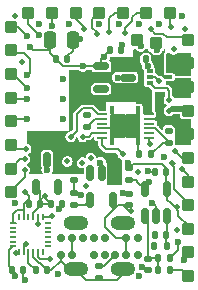
<source format=gbl>
%TF.GenerationSoftware,KiCad,Pcbnew,8.0.6*%
%TF.CreationDate,2024-10-29T18:21:18+01:00*%
%TF.ProjectId,openWifiDecoder,6f70656e-5769-4666-9944-65636f646572,rev?*%
%TF.SameCoordinates,Original*%
%TF.FileFunction,Copper,L4,Bot*%
%TF.FilePolarity,Positive*%
%FSLAX46Y46*%
G04 Gerber Fmt 4.6, Leading zero omitted, Abs format (unit mm)*
G04 Created by KiCad (PCBNEW 8.0.6) date 2024-10-29 18:21:18*
%MOMM*%
%LPD*%
G01*
G04 APERTURE LIST*
G04 Aperture macros list*
%AMRoundRect*
0 Rectangle with rounded corners*
0 $1 Rounding radius*
0 $2 $3 $4 $5 $6 $7 $8 $9 X,Y pos of 4 corners*
0 Add a 4 corners polygon primitive as box body*
4,1,4,$2,$3,$4,$5,$6,$7,$8,$9,$2,$3,0*
0 Add four circle primitives for the rounded corners*
1,1,$1+$1,$2,$3*
1,1,$1+$1,$4,$5*
1,1,$1+$1,$6,$7*
1,1,$1+$1,$8,$9*
0 Add four rect primitives between the rounded corners*
20,1,$1+$1,$2,$3,$4,$5,0*
20,1,$1+$1,$4,$5,$6,$7,0*
20,1,$1+$1,$6,$7,$8,$9,0*
20,1,$1+$1,$8,$9,$2,$3,0*%
G04 Aperture macros list end*
%TA.AperFunction,ComponentPad*%
%ADD10O,2.100000X1.200000*%
%TD*%
%TA.AperFunction,ComponentPad*%
%ADD11C,0.700000*%
%TD*%
%TA.AperFunction,SMDPad,CuDef*%
%ADD12RoundRect,0.140000X-0.140000X-0.170000X0.140000X-0.170000X0.140000X0.170000X-0.140000X0.170000X0*%
%TD*%
%TA.AperFunction,SMDPad,CuDef*%
%ADD13RoundRect,0.100000X-0.400000X0.400000X-0.400000X-0.400000X0.400000X-0.400000X0.400000X0.400000X0*%
%TD*%
%TA.AperFunction,SMDPad,CuDef*%
%ADD14RoundRect,0.100000X0.400000X0.400000X-0.400000X0.400000X-0.400000X-0.400000X0.400000X-0.400000X0*%
%TD*%
%TA.AperFunction,SMDPad,CuDef*%
%ADD15RoundRect,0.135000X-0.135000X-0.185000X0.135000X-0.185000X0.135000X0.185000X-0.135000X0.185000X0*%
%TD*%
%TA.AperFunction,SMDPad,CuDef*%
%ADD16RoundRect,0.140000X0.170000X-0.140000X0.170000X0.140000X-0.170000X0.140000X-0.170000X-0.140000X0*%
%TD*%
%TA.AperFunction,SMDPad,CuDef*%
%ADD17RoundRect,0.135000X-0.185000X0.135000X-0.185000X-0.135000X0.185000X-0.135000X0.185000X0.135000X0*%
%TD*%
%TA.AperFunction,SMDPad,CuDef*%
%ADD18RoundRect,0.050000X0.225000X0.050000X-0.225000X0.050000X-0.225000X-0.050000X0.225000X-0.050000X0*%
%TD*%
%TA.AperFunction,SMDPad,CuDef*%
%ADD19RoundRect,0.050000X0.050000X-0.225000X0.050000X0.225000X-0.050000X0.225000X-0.050000X-0.225000X0*%
%TD*%
%TA.AperFunction,SMDPad,CuDef*%
%ADD20RoundRect,0.150000X-0.150000X0.512500X-0.150000X-0.512500X0.150000X-0.512500X0.150000X0.512500X0*%
%TD*%
%TA.AperFunction,SMDPad,CuDef*%
%ADD21RoundRect,0.250000X-0.250000X-0.475000X0.250000X-0.475000X0.250000X0.475000X-0.250000X0.475000X0*%
%TD*%
%TA.AperFunction,SMDPad,CuDef*%
%ADD22RoundRect,0.135000X0.135000X0.185000X-0.135000X0.185000X-0.135000X-0.185000X0.135000X-0.185000X0*%
%TD*%
%TA.AperFunction,SMDPad,CuDef*%
%ADD23RoundRect,0.140000X0.140000X0.170000X-0.140000X0.170000X-0.140000X-0.170000X0.140000X-0.170000X0*%
%TD*%
%TA.AperFunction,SMDPad,CuDef*%
%ADD24RoundRect,0.140000X-0.170000X0.140000X-0.170000X-0.140000X0.170000X-0.140000X0.170000X0.140000X0*%
%TD*%
%TA.AperFunction,SMDPad,CuDef*%
%ADD25R,0.200000X0.200000*%
%TD*%
%TA.AperFunction,SMDPad,CuDef*%
%ADD26O,0.850000X0.200000*%
%TD*%
%TA.AperFunction,SMDPad,CuDef*%
%ADD27R,0.400000X0.575000*%
%TD*%
%TA.AperFunction,SMDPad,CuDef*%
%ADD28R,0.400000X0.675000*%
%TD*%
%TA.AperFunction,ComponentPad*%
%ADD29C,0.600000*%
%TD*%
%TA.AperFunction,SMDPad,CuDef*%
%ADD30R,1.300000X0.975000*%
%TD*%
%TA.AperFunction,SMDPad,CuDef*%
%ADD31R,2.600000X1.950000*%
%TD*%
%TA.AperFunction,SMDPad,CuDef*%
%ADD32RoundRect,0.135000X0.185000X-0.135000X0.185000X0.135000X-0.185000X0.135000X-0.185000X-0.135000X0*%
%TD*%
%TA.AperFunction,SMDPad,CuDef*%
%ADD33RoundRect,0.150000X0.512500X0.150000X-0.512500X0.150000X-0.512500X-0.150000X0.512500X-0.150000X0*%
%TD*%
%TA.AperFunction,SMDPad,CuDef*%
%ADD34R,0.475000X0.300000*%
%TD*%
%TA.AperFunction,SMDPad,CuDef*%
%ADD35RoundRect,0.100000X-0.400000X-0.400000X0.400000X-0.400000X0.400000X0.400000X-0.400000X0.400000X0*%
%TD*%
%TA.AperFunction,SMDPad,CuDef*%
%ADD36RoundRect,0.150000X0.150000X-0.512500X0.150000X0.512500X-0.150000X0.512500X-0.150000X-0.512500X0*%
%TD*%
%TA.AperFunction,ViaPad*%
%ADD37C,0.600000*%
%TD*%
%TA.AperFunction,ViaPad*%
%ADD38C,0.500000*%
%TD*%
%TA.AperFunction,Conductor*%
%ADD39C,0.200000*%
%TD*%
%TA.AperFunction,Conductor*%
%ADD40C,0.500000*%
%TD*%
%ADD41C,0.300000*%
%ADD42O,1.610000X0.610000*%
%ADD43C,0.350000*%
G04 APERTURE END LIST*
D10*
%TO.P,USB1,1,1*%
%TO.N,GND*%
X100500000Y-82350000D03*
%TO.P,USB1,2,2*%
X104500000Y-82350000D03*
%TO.P,USB1,3,3*%
X100500000Y-86210000D03*
%TO.P,USB1,4,4*%
X104500000Y-86210000D03*
D11*
%TO.P,USB1,A1,GND*%
X105750000Y-85000000D03*
%TO.P,USB1,A4,VBUS*%
%TO.N,+5V*%
X104800000Y-85000000D03*
%TO.P,USB1,A5,CC1*%
%TO.N,Net-(USB1-CC1)*%
X103850000Y-85000000D03*
%TO.P,USB1,A6,D+*%
%TO.N,D+*%
X102950000Y-85000000D03*
%TO.P,USB1,A7,D-*%
%TO.N,D-*%
X102050000Y-85000000D03*
%TO.P,USB1,A9,VBUS*%
%TO.N,+5V*%
X100200000Y-85000000D03*
%TO.P,USB1,A12,GND*%
%TO.N,GND*%
X99250000Y-85000000D03*
%TO.P,USB1,B1,GND*%
X99250000Y-83560000D03*
%TO.P,USB1,B4,VBUS*%
%TO.N,+5V*%
X100200000Y-83560000D03*
%TO.P,USB1,B5,CC2*%
%TO.N,Net-(USB1-CC2)*%
X101150000Y-83560000D03*
%TO.P,USB1,B6,D+*%
%TO.N,D+*%
X102050000Y-83560000D03*
%TO.P,USB1,B7,D-*%
%TO.N,D-*%
X102950000Y-83560000D03*
%TO.P,USB1,B9,VBUS*%
%TO.N,+5V*%
X104800000Y-83560000D03*
%TO.P,USB1,B12,GND*%
%TO.N,GND*%
X105750000Y-83560000D03*
%TD*%
D12*
%TO.P,C13,1*%
%TO.N,GND*%
X107220000Y-78000000D03*
%TO.P,C13,2*%
%TO.N,+3V3*%
X108180000Y-78000000D03*
%TD*%
D13*
%TO.P,J1,1,Pin_1*%
%TO.N,Net-(IC1-OUT2)*%
X110000000Y-68800000D03*
%TO.P,J1,2,Pin_2*%
%TO.N,Net-(IC1-OUT1)*%
X110000000Y-70800000D03*
%TD*%
D14*
%TO.P,IO15,1,Pin_1*%
%TO.N,Net-(IO15-Pin_1)*%
X108500000Y-64500000D03*
%TD*%
%TO.P,IO18,1,Pin_1*%
%TO.N,Net-(IO18-Pin_1)*%
X110000000Y-78800000D03*
%TD*%
D15*
%TO.P,R8,1*%
%TO.N,Net-(U6-+)*%
X107490000Y-85300000D03*
%TO.P,R8,2*%
%TO.N,DIG_HALL*%
X108510000Y-85300000D03*
%TD*%
D16*
%TO.P,C14,1*%
%TO.N,GND*%
X106600000Y-86280000D03*
%TO.P,C14,2*%
%TO.N,Net-(U6-+)*%
X106600000Y-85320000D03*
%TD*%
D17*
%TO.P,R5,1*%
%TO.N,+BATT*%
X108400000Y-74490000D03*
%TO.P,R5,2*%
%TO.N,Net-(U7-BIN)*%
X108400000Y-75510000D03*
%TD*%
D12*
%TO.P,C11,1*%
%TO.N,Net-(U4-REGOUT)*%
X97120000Y-86300000D03*
%TO.P,C11,2*%
%TO.N,GND*%
X98080000Y-86300000D03*
%TD*%
D14*
%TO.P,IO5,1,Pin_1*%
%TO.N,Net-(IO5-Pin_1)*%
X95000000Y-71700000D03*
%TD*%
D18*
%TO.P,U4,1,NC*%
%TO.N,unconnected-(U4-NC-Pad1)*%
X98200000Y-82300000D03*
%TO.P,U4,2,NC*%
%TO.N,unconnected-(U4-NC-Pad2)*%
X98200000Y-82700000D03*
%TO.P,U4,3,NC*%
%TO.N,unconnected-(U4-NC-Pad3)*%
X98200000Y-83100000D03*
%TO.P,U4,4,NC*%
%TO.N,unconnected-(U4-NC-Pad4)*%
X98200000Y-83500000D03*
%TO.P,U4,5,NC*%
%TO.N,unconnected-(U4-NC-Pad5)*%
X98200000Y-83900000D03*
%TO.P,U4,6,NC*%
%TO.N,unconnected-(U4-NC-Pad6)*%
X98200000Y-84300000D03*
D19*
%TO.P,U4,7,AUX_CL*%
%TO.N,unconnected-(U4-AUX_CL-Pad7)*%
X97700000Y-84800000D03*
%TO.P,U4,8,VDDIO*%
%TO.N,+1V8*%
X97300000Y-84800000D03*
%TO.P,U4,9,SDO/AD0*%
%TO.N,GND*%
X96900000Y-84800000D03*
%TO.P,U4,10,REGOUT*%
%TO.N,Net-(U4-REGOUT)*%
X96500000Y-84800000D03*
%TO.P,U4,11,FSYNC*%
%TO.N,FSYNC*%
X96100000Y-84800000D03*
%TO.P,U4,12,INT1*%
%TO.N,IMU_INT*%
X95700000Y-84800000D03*
D18*
%TO.P,U4,13,VDD*%
%TO.N,+3V3*%
X95200000Y-84300000D03*
%TO.P,U4,14,NC*%
%TO.N,unconnected-(U4-NC-Pad14)*%
X95200000Y-83900000D03*
%TO.P,U4,15,NC*%
%TO.N,unconnected-(U4-NC-Pad15)*%
X95200000Y-83500000D03*
%TO.P,U4,16,NC*%
%TO.N,unconnected-(U4-NC-Pad16)*%
X95200000Y-83100000D03*
%TO.P,U4,17,NC*%
%TO.N,unconnected-(U4-NC-Pad17)*%
X95200000Y-82700000D03*
%TO.P,U4,18,GND*%
%TO.N,GND*%
X95200000Y-82300000D03*
D19*
%TO.P,U4,19,RESV*%
%TO.N,unconnected-(U4-RESV-Pad19)*%
X95700000Y-81800000D03*
%TO.P,U4,20,GND*%
%TO.N,GND*%
X96100000Y-81800000D03*
%TO.P,U4,21,AUX_DA*%
%TO.N,unconnected-(U4-AUX_DA-Pad21)*%
X96500000Y-81800000D03*
%TO.P,U4,22,~{CS}*%
%TO.N,+1V8*%
X96900000Y-81800000D03*
%TO.P,U4,23,SCL/SCLK*%
%TO.N,SCL*%
X97300000Y-81800000D03*
%TO.P,U4,24,SDA/SDI*%
%TO.N,SDA*%
X97700000Y-81800000D03*
%TD*%
D16*
%TO.P,C10,1*%
%TO.N,Net-(BAT1-Pin_2)*%
X108800000Y-73580000D03*
%TO.P,C10,2*%
%TO.N,GND*%
X108800000Y-72620000D03*
%TD*%
D20*
%TO.P,U1,1,VIN*%
%TO.N,+BATT*%
X97150000Y-76962500D03*
%TO.P,U1,2,GND*%
%TO.N,GND*%
X98100000Y-76962500D03*
%TO.P,U1,3,EN*%
%TO.N,+BATT*%
X99050000Y-76962500D03*
%TO.P,U1,4,NC*%
%TO.N,unconnected-(U1-NC-Pad4)*%
X99050000Y-79237500D03*
%TO.P,U1,5,VOUT*%
%TO.N,+1V8*%
X97150000Y-79237500D03*
%TD*%
D12*
%TO.P,C4,1*%
%TO.N,+1V8*%
X98420000Y-80700000D03*
%TO.P,C4,2*%
%TO.N,GND*%
X99380000Y-80700000D03*
%TD*%
D14*
%TO.P,IO13,1,Pin_1*%
%TO.N,Net-(IO13-Pin_1)*%
X104500000Y-64500000D03*
%TD*%
%TO.P,RX0,1,Pin_1*%
%TO.N,RX*%
X107300000Y-67100000D03*
%TD*%
%TO.P,IO19,1,Pin_1*%
%TO.N,Net-(IO19-Pin_1)*%
X110000000Y-80800000D03*
%TD*%
D17*
%TO.P,R9,1*%
%TO.N,Net-(USB1-CC1)*%
X102500000Y-85990000D03*
%TO.P,R9,2*%
%TO.N,GND*%
X102500000Y-87010000D03*
%TD*%
D14*
%TO.P,IO9,1,Pin_1*%
%TO.N,Net-(IO9-Pin_1)*%
X96500000Y-64500000D03*
%TD*%
%TO.P,IO1,1,Pin_1*%
%TO.N,Net-(IO1-Pin_1)*%
X95000000Y-79700000D03*
%TD*%
D15*
%TO.P,R13,1*%
%TO.N,COMP_DAC*%
X107180000Y-84300000D03*
%TO.P,R13,2*%
%TO.N,Net-(U6--)*%
X108200000Y-84300000D03*
%TD*%
D21*
%TO.P,C2,1*%
%TO.N,+3V3*%
X98350000Y-66800000D03*
%TO.P,C2,2*%
%TO.N,GND*%
X100250000Y-66800000D03*
%TD*%
D22*
%TO.P,R4,1*%
%TO.N,Net-(BAT1-Pin_2)*%
X107610000Y-71600000D03*
%TO.P,R4,2*%
%TO.N,+BATT*%
X106590000Y-71600000D03*
%TD*%
D12*
%TO.P,C5,1*%
%TO.N,+3V3*%
X103420000Y-67700000D03*
%TO.P,C5,2*%
%TO.N,GND*%
X104380000Y-67700000D03*
%TD*%
D20*
%TO.P,U5,1,~{CHRG}*%
%TO.N,unconnected-(U5-~{CHRG}-Pad1)*%
X101750000Y-78062500D03*
%TO.P,U5,2,GND*%
%TO.N,GND*%
X102700000Y-78062500D03*
%TO.P,U5,3,BAT*%
%TO.N,+BATT*%
X103650000Y-78062500D03*
%TO.P,U5,4,V_{CC}*%
%TO.N,+5V*%
X103650000Y-80337500D03*
%TO.P,U5,5,PROG*%
%TO.N,Net-(U5-PROG)*%
X101750000Y-80337500D03*
%TD*%
D23*
%TO.P,C8,1*%
%TO.N,GND*%
X96080000Y-86300000D03*
%TO.P,C8,2*%
%TO.N,+3V3*%
X95120000Y-86300000D03*
%TD*%
D14*
%TO.P,IO12,1,Pin_1*%
%TO.N,Net-(IO12-Pin_1)*%
X102500000Y-64500000D03*
%TD*%
D23*
%TO.P,C7,1*%
%TO.N,+1V8*%
X97480000Y-80700000D03*
%TO.P,C7,2*%
%TO.N,GND*%
X96520000Y-80700000D03*
%TD*%
%TO.P,C15,1*%
%TO.N,Net-(U6--)*%
X108170000Y-83300000D03*
%TO.P,C15,2*%
%TO.N,GND*%
X107210000Y-83300000D03*
%TD*%
D24*
%TO.P,C12,1*%
%TO.N,GND*%
X105000000Y-79820000D03*
%TO.P,C12,2*%
%TO.N,+5V*%
X105000000Y-80780000D03*
%TD*%
D14*
%TO.P,IO16,1,Pin_1*%
%TO.N,Net-(IO16-Pin_1)*%
X110000000Y-66800000D03*
%TD*%
D13*
%TO.P,IO7,1,Pin_1*%
%TO.N,Net-(IO7-Pin_1)*%
X95000000Y-67700000D03*
%TD*%
D14*
%TO.P,IO14,1,Pin_1*%
%TO.N,Net-(IO14-Pin_1)*%
X106500000Y-64500000D03*
%TD*%
D13*
%TO.P,IO6,1,Pin_1*%
%TO.N,Net-(IO6-Pin_1)*%
X95000000Y-69700000D03*
%TD*%
D25*
%TO.P,U7,1,SDA*%
%TO.N,SDA*%
X102400000Y-75100000D03*
D26*
X102725000Y-75100000D03*
D25*
%TO.P,U7,2,SCL*%
%TO.N,SCL*%
X102400000Y-74700000D03*
D26*
X102725000Y-74700000D03*
D25*
%TO.P,U7,3,V_{SS}*%
%TO.N,GND*%
X102400000Y-74300000D03*
D26*
X102725000Y-74300000D03*
D25*
%TO.P,U7,4,NC*%
%TO.N,unconnected-(U7-NC-Pad4)_1*%
X102400000Y-73900000D03*
D26*
X102725000Y-73900000D03*
D25*
%TO.P,U7,5,V_{DD}*%
%TO.N,Net-(U7-V_{DD})*%
X102400000Y-73500000D03*
D26*
X102725000Y-73500000D03*
D25*
%TO.P,U7,6,BAT*%
%TO.N,Net-(BAT1-Pin_2)*%
X102400000Y-73100000D03*
D26*
X102725000Y-73100000D03*
%TO.P,U7,7,SRN*%
%TO.N,+BATT*%
X106675000Y-73100000D03*
D25*
X107000000Y-73100000D03*
D26*
%TO.P,U7,8,SRP*%
%TO.N,Net-(BAT1-Pin_2)*%
X106675000Y-73500000D03*
D25*
X107000000Y-73500000D03*
D26*
%TO.P,U7,9,NC*%
%TO.N,unconnected-(U7-NC-Pad9)_1*%
X106675000Y-73900000D03*
D25*
X107000000Y-73900000D03*
D26*
%TO.P,U7,10,BIN*%
%TO.N,Net-(U7-BIN)*%
X106675000Y-74300000D03*
D25*
X107000000Y-74300000D03*
D26*
%TO.P,U7,11,NC*%
%TO.N,unconnected-(U7-NC-Pad11)*%
X106675000Y-74700000D03*
D25*
X107000000Y-74700000D03*
D26*
%TO.P,U7,12,GPOUT*%
%TO.N,GAUGE_INT*%
X106675000Y-75100000D03*
D25*
X107000000Y-75100000D03*
D27*
%TO.P,U7,13,PAD*%
%TO.N,GND*%
X103600000Y-72735000D03*
D28*
X103600000Y-72787500D03*
X103600000Y-75412500D03*
D27*
X103600000Y-75465000D03*
D29*
X103800000Y-73600000D03*
X103800000Y-74600000D03*
D30*
X104050000Y-73612500D03*
X104050000Y-74587500D03*
D29*
X104700000Y-73600000D03*
D31*
X104700000Y-74100000D03*
D29*
X104700000Y-74600000D03*
D30*
X105350000Y-73612500D03*
X105350000Y-74587500D03*
D29*
X105600000Y-73600000D03*
X105600000Y-74600000D03*
D27*
X105800000Y-72735000D03*
D28*
X105800000Y-72787500D03*
X105800000Y-75412500D03*
D27*
X105800000Y-75465000D03*
%TD*%
D13*
%TO.P,BAT1,1,Pin_1*%
%TO.N,GND*%
X110000000Y-72800000D03*
%TO.P,BAT1,2,Pin_2*%
%TO.N,Net-(BAT1-Pin_2)*%
X110000000Y-74800000D03*
%TD*%
D12*
%TO.P,C6,1*%
%TO.N,GND*%
X106420000Y-68450000D03*
%TO.P,C6,2*%
%TO.N,+BATT*%
X107380000Y-68450000D03*
%TD*%
D14*
%TO.P,IO2,1,Pin_1*%
%TO.N,Net-(IO2-Pin_1)*%
X95000000Y-77700000D03*
%TD*%
D17*
%TO.P,R7,1*%
%TO.N,GND*%
X100400000Y-79790000D03*
%TO.P,R7,2*%
%TO.N,Net-(U5-PROG)*%
X100400000Y-80810000D03*
%TD*%
D14*
%TO.P,IO11,1,Pin_1*%
%TO.N,Net-(IO11-Pin_1)*%
X100500000Y-64500000D03*
%TD*%
D13*
%TO.P,IO3,1,Pin_1*%
%TO.N,Net-(IO3-Pin_1)*%
X95000000Y-75700000D03*
%TD*%
D32*
%TO.P,R10,1*%
%TO.N,DIG_HALL*%
X105000000Y-78710000D03*
%TO.P,R10,2*%
%TO.N,+3V3*%
X105000000Y-77690000D03*
%TD*%
D14*
%TO.P,TX0,1,Pin_1*%
%TO.N,TX*%
X105700000Y-66800000D03*
%TD*%
D12*
%TO.P,C1,1*%
%TO.N,+3V3*%
X98820000Y-68400000D03*
%TO.P,C1,2*%
%TO.N,GND*%
X99780000Y-68400000D03*
%TD*%
D14*
%TO.P,IO17,1,Pin_1*%
%TO.N,Net-(IO17-Pin_1)*%
X110000000Y-76800000D03*
%TD*%
%TO.P,IO10,1,Pin_1*%
%TO.N,Net-(IO10-Pin_1)*%
X98500000Y-64500000D03*
%TD*%
D22*
%TO.P,R6,1*%
%TO.N,Net-(U7-BIN)*%
X106910000Y-76500000D03*
%TO.P,R6,2*%
%TO.N,GND*%
X105890000Y-76500000D03*
%TD*%
D33*
%TO.P,U2,1,IN*%
%TO.N,+BATT*%
X104937500Y-69050000D03*
%TO.P,U2,2,GND*%
%TO.N,GND*%
X104937500Y-70000000D03*
%TO.P,U2,3,EN*%
%TO.N,+BATT*%
X104937500Y-70950000D03*
%TO.P,U2,4,BP*%
%TO.N,unconnected-(U2-BP-Pad4)*%
X102662500Y-70950000D03*
%TO.P,U2,5,OUT*%
%TO.N,+3V3*%
X102662500Y-69050000D03*
%TD*%
D13*
%TO.P,J24,1,Pin_1*%
%TO.N,+3V3*%
X110000000Y-82800000D03*
%TO.P,J24,2,Pin_2*%
%TO.N,GND*%
X110000000Y-84800000D03*
%TO.P,J24,3,Pin_3*%
%TO.N,Net-(J24-Pin_3)*%
X110000000Y-86800000D03*
%TD*%
D24*
%TO.P,C3,1*%
%TO.N,+BATT*%
X100400000Y-77720000D03*
%TO.P,C3,2*%
%TO.N,GND*%
X100400000Y-78680000D03*
%TD*%
D13*
%TO.P,IO8,1,Pin_1*%
%TO.N,Net-(IO8-Pin_1)*%
X95000000Y-65700000D03*
%TD*%
D15*
%TO.P,R12,1*%
%TO.N,Net-(U6-+)*%
X107490000Y-86300000D03*
%TO.P,R12,2*%
%TO.N,Net-(J24-Pin_3)*%
X108510000Y-86300000D03*
%TD*%
D34*
%TO.P,IC1,1,IN1*%
%TO.N,MPWM1*%
X106762000Y-70450000D03*
%TO.P,IC1,2,IN2*%
%TO.N,MPWM2*%
X106762000Y-69950000D03*
%TO.P,IC1,3,GND*%
%TO.N,GND*%
X106762000Y-69450000D03*
%TO.P,IC1,4,OUT2*%
%TO.N,Net-(IC1-OUT2)*%
X108438000Y-69450000D03*
%TO.P,IC1,5,VM*%
%TO.N,+BATT*%
X108438000Y-69950000D03*
%TO.P,IC1,6,OUT1*%
%TO.N,Net-(IC1-OUT1)*%
X108438000Y-70450000D03*
%TD*%
D24*
%TO.P,C9,1*%
%TO.N,GND*%
X101500000Y-73200000D03*
%TO.P,C9,2*%
%TO.N,Net-(U7-V_{DD})*%
X101500000Y-74160000D03*
%TD*%
D35*
%TO.P,IO4,1,Pin_1*%
%TO.N,Net-(IO4-Pin_1)*%
X95000000Y-73700000D03*
%TD*%
D36*
%TO.P,U6,1,-*%
%TO.N,Net-(U6--)*%
X108250000Y-81737500D03*
%TO.P,U6,2,V-*%
%TO.N,GND*%
X107300000Y-81737500D03*
%TO.P,U6,3,+*%
%TO.N,Net-(U6-+)*%
X106350000Y-81737500D03*
%TO.P,U6,4*%
%TO.N,DIG_HALL*%
X106350000Y-79462500D03*
%TO.P,U6,5,V+*%
%TO.N,+3V3*%
X108250000Y-79462500D03*
%TD*%
D37*
%TO.N,+3V3*%
X96600000Y-67400000D03*
D38*
X109056929Y-80998452D03*
D37*
X104900000Y-77200000D03*
X102900000Y-68300000D03*
X98990000Y-86650000D03*
X101100000Y-69000000D03*
X95400000Y-86800000D03*
X105900000Y-86800000D03*
%TO.N,GND*%
X97400000Y-65500000D03*
D38*
X108800000Y-67600000D03*
D37*
X99114318Y-81106682D03*
X109650000Y-85450000D03*
D38*
X95400000Y-64800000D03*
D37*
X99900000Y-65500000D03*
X100900000Y-66700000D03*
X99400000Y-71800000D03*
X106600000Y-69000000D03*
X98100000Y-77800000D03*
X102600000Y-77200000D03*
X106600000Y-77900000D03*
X109500000Y-64800000D03*
X107000000Y-80600000D03*
X107600000Y-65500000D03*
X104100000Y-70000000D03*
X96200000Y-87100000D03*
X107210000Y-83300000D03*
X101500000Y-73200000D03*
X102500000Y-65500000D03*
X99400000Y-73500000D03*
X105900000Y-65500000D03*
X104400000Y-67200000D03*
X108010000Y-76730000D03*
X106100000Y-86000000D03*
D38*
X96200000Y-79700000D03*
D37*
X99400000Y-70100000D03*
X104500000Y-79800000D03*
X100990000Y-79900000D03*
D38*
X108400000Y-72800000D03*
D37*
X104200000Y-65500000D03*
D38*
%TO.N,+BATT*%
X106600000Y-72500000D03*
X108400000Y-74490000D03*
%TO.N,+1V8*%
X98325000Y-85375000D03*
X97900000Y-80000000D03*
%TO.N,Net-(BAT1-Pin_2)*%
X100100000Y-75000000D03*
X107610000Y-71600000D03*
%TO.N,+5V*%
X105200000Y-81300000D03*
%TO.N,MPWM1*%
X108400000Y-71900000D03*
%TO.N,MPWM2*%
X107600000Y-70300000D03*
%TO.N,SCL*%
X101100000Y-75000000D03*
X99800000Y-77100000D03*
X97300000Y-82400000D03*
%TO.N,GAUGE_INT*%
X105800000Y-78000000D03*
X106800000Y-75600000D03*
%TO.N,SDA*%
X101067675Y-77200000D03*
X104500000Y-76500000D03*
X98500000Y-81700000D03*
%TO.N,Net-(IO1-Pin_1)*%
X96200000Y-77800000D03*
D37*
%TO.N,DIG_HALL*%
X106750000Y-78800000D03*
X109200000Y-83900000D03*
%TO.N,COMP_DAC*%
X107180000Y-84300000D03*
D38*
%TO.N,Net-(U3-EN)*%
X109100000Y-82880000D03*
X109750000Y-65900000D03*
%TO.N,Net-(U3-IO0)*%
X95926207Y-68666576D03*
D37*
X95394479Y-80649999D03*
D38*
%TO.N,Net-(IO2-Pin_1)*%
X96200000Y-76900000D03*
%TO.N,Net-(IO3-Pin_1)*%
X96300000Y-76050000D03*
D37*
%TO.N,Net-(IO4-Pin_1)*%
X96400000Y-73500000D03*
%TO.N,RX*%
X107350000Y-67640001D03*
%TO.N,TX*%
X106000000Y-67300000D03*
%TO.N,Net-(IO5-Pin_1)*%
X96400000Y-71800000D03*
%TO.N,Net-(IO6-Pin_1)*%
X96400000Y-70900000D03*
%TO.N,Net-(IO7-Pin_1)*%
X96400000Y-69800000D03*
D38*
%TO.N,IMU_INT*%
X101800000Y-76800000D03*
X95493504Y-84828936D03*
%TO.N,FSYNC*%
X101403345Y-79213976D03*
X96267377Y-84132624D03*
D37*
%TO.N,Net-(IO8-Pin_1)*%
X96400000Y-66500000D03*
%TO.N,Net-(IO9-Pin_1)*%
X97400000Y-66400000D03*
%TO.N,Net-(IO10-Pin_1)*%
X98508006Y-65621349D03*
D38*
%TO.N,Net-(IO11-Pin_1)*%
X101200000Y-65900000D03*
%TO.N,Net-(IO12-Pin_1)*%
X102300000Y-66300000D03*
%TO.N,Net-(IO13-Pin_1)*%
X103367573Y-66100000D03*
%TO.N,Net-(IO15-Pin_1)*%
X108550000Y-65750000D03*
%TO.N,Net-(IO16-Pin_1)*%
X106845608Y-65928145D03*
%TO.N,Net-(IO17-Pin_1)*%
X108900000Y-76200000D03*
%TO.N,Net-(IO14-Pin_1)*%
X104700000Y-66197944D03*
%TO.N,Net-(IO18-Pin_1)*%
X109500000Y-77750000D03*
%TO.N,Net-(IO19-Pin_1)*%
X108700000Y-77200000D03*
%TD*%
D39*
%TO.N,+3V3*%
X102662500Y-68457500D02*
X103420000Y-67700000D01*
X109200000Y-81300000D02*
X108900000Y-81000000D01*
X96600000Y-67400000D02*
X96900000Y-67700000D01*
X95400000Y-86800000D02*
X95400000Y-86580000D01*
X98350000Y-66600000D02*
X98350000Y-67950000D01*
X95200000Y-84300000D02*
X94902558Y-84597442D01*
X96900000Y-67700000D02*
X98200000Y-67700000D01*
X94902558Y-84597442D02*
X94902558Y-85982558D01*
X105390000Y-77300000D02*
X105000000Y-77690000D01*
X98350000Y-67950000D02*
X99450000Y-69050000D01*
X109056929Y-81156929D02*
X109200000Y-81300000D01*
X108900000Y-81000000D02*
X108550000Y-80650000D01*
X98350000Y-67550000D02*
X98350000Y-66600000D01*
X98200000Y-67700000D02*
X98350000Y-67550000D01*
X95400000Y-86580000D02*
X95120000Y-86300000D01*
X108180000Y-78000000D02*
X108180000Y-79392500D01*
X108550000Y-80650000D02*
X108250000Y-80350000D01*
X110000000Y-82800000D02*
X110000000Y-82500000D01*
X109056929Y-80998452D02*
X109056929Y-81156929D01*
X107800000Y-77300000D02*
X105390000Y-77300000D01*
X108180000Y-78000000D02*
X108180000Y-77680000D01*
X109200000Y-81700000D02*
X109200000Y-81300000D01*
X99450000Y-69050000D02*
X102662500Y-69050000D01*
X102662500Y-69050000D02*
X102662500Y-68457500D01*
X109056929Y-80998452D02*
X108898452Y-80998452D01*
X108898452Y-80998452D02*
X108550000Y-80650000D01*
X108250000Y-80350000D02*
X108250000Y-79462500D01*
X109056929Y-80998452D02*
X108901548Y-80998452D01*
X94902558Y-85982558D02*
X95120000Y-86200000D01*
X108901548Y-80998452D02*
X108900000Y-81000000D01*
X108180000Y-77680000D02*
X107800000Y-77300000D01*
X110000000Y-82500000D02*
X109200000Y-81700000D01*
%TO.N,GND*%
X96100000Y-81100000D02*
X95975000Y-81225000D01*
X107220000Y-78000000D02*
X106700000Y-78000000D01*
X96080000Y-86980000D02*
X96080000Y-86200000D01*
X107300000Y-80900000D02*
X107000000Y-80600000D01*
X96100000Y-81300000D02*
X96100000Y-81800000D01*
X100250000Y-67730000D02*
X99780000Y-68200000D01*
X102725000Y-74300000D02*
X103500000Y-74300000D01*
X109650000Y-85450000D02*
X109900000Y-85200000D01*
X99250000Y-85000000D02*
X99250000Y-85494974D01*
X96200000Y-87100000D02*
X96080000Y-86980000D01*
X103990000Y-87110000D02*
X104500000Y-86600000D01*
X100250000Y-66600000D02*
X100250000Y-67730000D01*
X97368192Y-85702000D02*
X97492000Y-85702000D01*
X96520000Y-80280000D02*
X96100000Y-80700000D01*
X97492000Y-85702000D02*
X98080000Y-86290000D01*
X103500000Y-74300000D02*
X103800000Y-74600000D01*
X96100000Y-81100000D02*
X96100000Y-81300000D01*
X105800000Y-76410000D02*
X105890000Y-76500000D01*
D40*
X109770000Y-72620000D02*
X109950000Y-72800000D01*
D39*
X102500000Y-87110000D02*
X103990000Y-87110000D01*
X106700000Y-78000000D02*
X106600000Y-77900000D01*
X106600000Y-69288000D02*
X106762000Y-69450000D01*
X102500000Y-87110000D02*
X101400000Y-87110000D01*
X99250000Y-85494974D02*
X99965026Y-86210000D01*
X95503640Y-81225000D02*
X95200000Y-81528640D01*
X100400000Y-78680000D02*
X100400000Y-79790000D01*
X96900000Y-84800000D02*
X96900000Y-85233808D01*
X101400000Y-87110000D02*
X100500000Y-86210000D01*
X95200000Y-81528640D02*
X95200000Y-82300000D01*
X96900000Y-85233808D02*
X97368192Y-85702000D01*
X96100000Y-80700000D02*
X96100000Y-81100000D01*
X105800000Y-75412500D02*
X105800000Y-76410000D01*
X106600000Y-69000000D02*
X106600000Y-69288000D01*
X100990000Y-79900000D02*
X100510000Y-79900000D01*
X95200000Y-82300000D02*
X95428640Y-82300000D01*
D40*
X108800000Y-72620000D02*
X109770000Y-72620000D01*
D39*
X95975000Y-81225000D02*
X95503640Y-81225000D01*
X99250000Y-85494974D02*
X98444974Y-86300000D01*
X96520000Y-80020000D02*
X96520000Y-80280000D01*
X96200000Y-79700000D02*
X96520000Y-80020000D01*
X109900000Y-85200000D02*
X109900000Y-84400000D01*
X98444974Y-86300000D02*
X98080000Y-86300000D01*
X107300000Y-81737500D02*
X107300000Y-80900000D01*
%TO.N,+1V8*%
X98325000Y-85375000D02*
X97503640Y-85375000D01*
X97503640Y-85375000D02*
X97300000Y-85171360D01*
X97480000Y-80400000D02*
X97480000Y-80700000D01*
X96900000Y-81428640D02*
X97480000Y-80848640D01*
X97300000Y-85171360D02*
X97300000Y-84800000D01*
X97480000Y-79567500D02*
X97480000Y-80400000D01*
X97150000Y-79237500D02*
X97480000Y-79567500D01*
X97880000Y-80000000D02*
X97480000Y-80400000D01*
X97900000Y-80000000D02*
X97900000Y-80180000D01*
X98420000Y-80700000D02*
X97480000Y-80700000D01*
X97900000Y-80000000D02*
X97880000Y-80000000D01*
X97900000Y-80180000D02*
X98420000Y-80700000D01*
X96900000Y-81800000D02*
X96900000Y-81428640D01*
%TO.N,Net-(BAT1-Pin_2)*%
X110000000Y-74800000D02*
X110000000Y-74600000D01*
X100600000Y-74500000D02*
X100600000Y-73100000D01*
X101900000Y-72600000D02*
X102400000Y-73100000D01*
X100100000Y-75000000D02*
X100600000Y-74500000D01*
X100600000Y-73100000D02*
X101100000Y-72600000D01*
X101100000Y-72600000D02*
X101900000Y-72600000D01*
X109680000Y-74480000D02*
X110000000Y-74800000D01*
%TO.N,Net-(U4-REGOUT)*%
X96500000Y-85680000D02*
X97120000Y-86300000D01*
X96500000Y-84800000D02*
X96500000Y-85680000D01*
%TO.N,+5V*%
X104800000Y-83560000D02*
X104800000Y-85000000D01*
X103000000Y-81900000D02*
X103650000Y-81250000D01*
X103919315Y-83560000D02*
X103000000Y-82640685D01*
X104800000Y-83560000D02*
X103919315Y-83560000D01*
X105000000Y-80780000D02*
X104500000Y-80780000D01*
X100200000Y-83560000D02*
X100200000Y-85000000D01*
X104500000Y-80780000D02*
X104120000Y-80780000D01*
X103650000Y-81250000D02*
X103650000Y-80337500D01*
X103000000Y-82640685D02*
X103000000Y-81900000D01*
X105200000Y-81300000D02*
X105020000Y-81300000D01*
X104120000Y-80780000D02*
X103650000Y-81250000D01*
X105020000Y-81300000D02*
X104500000Y-80780000D01*
%TO.N,Net-(U6-+)*%
X106350000Y-81737500D02*
X106600000Y-81987500D01*
X107490000Y-85300000D02*
X106620000Y-85300000D01*
X106600000Y-81987500D02*
X106600000Y-85320000D01*
X107490000Y-86300000D02*
X107490000Y-85300000D01*
%TO.N,Net-(U6--)*%
X108170000Y-83300000D02*
X108170000Y-84270000D01*
X108250000Y-81737500D02*
X108250000Y-83070000D01*
X108170000Y-84270000D02*
X108200000Y-84300000D01*
%TO.N,MPWM1*%
X108400000Y-71100000D02*
X108200000Y-70900000D01*
X108400000Y-71900000D02*
X108400000Y-71100000D01*
X108200000Y-70900000D02*
X107212000Y-70900000D01*
X107212000Y-70900000D02*
X106762000Y-70450000D01*
%TO.N,MPWM2*%
X107249500Y-69950000D02*
X106762000Y-69950000D01*
X107599500Y-70300000D02*
X107249500Y-69950000D01*
X107600000Y-70300000D02*
X107599500Y-70300000D01*
%TO.N,Net-(U7-V_{DD})*%
X102725000Y-73500000D02*
X102160000Y-73500000D01*
X102160000Y-73500000D02*
X101500000Y-74160000D01*
%TO.N,SCL*%
X97300000Y-82400000D02*
X97300000Y-81800000D01*
X102400000Y-74700000D02*
X101896134Y-74700000D01*
X101596134Y-75000000D02*
X101100000Y-75000000D01*
X101896134Y-74700000D02*
X101596134Y-75000000D01*
%TO.N,GAUGE_INT*%
X106675000Y-75475000D02*
X106800000Y-75600000D01*
X106675000Y-75100000D02*
X106675000Y-75475000D01*
%TO.N,SDA*%
X98500000Y-81700000D02*
X98400000Y-81800000D01*
X98400000Y-81800000D02*
X97700000Y-81800000D01*
X104052500Y-76052500D02*
X103100000Y-76052500D01*
X102725000Y-75100000D02*
X102400000Y-75100000D01*
X103100000Y-76052500D02*
X102725000Y-75677500D01*
X104500000Y-76500000D02*
X104052500Y-76052500D01*
X102725000Y-75677500D02*
X102725000Y-75100000D01*
%TO.N,Net-(IO1-Pin_1)*%
X96200000Y-77800000D02*
X96200000Y-78400000D01*
X95000000Y-79600000D02*
X95000000Y-79700000D01*
X96200000Y-78400000D02*
X95000000Y-79600000D01*
%TO.N,Net-(U5-PROG)*%
X101277500Y-80810000D02*
X100400000Y-80810000D01*
X101750000Y-80337500D02*
X101277500Y-80810000D01*
%TO.N,DIG_HALL*%
X105610000Y-78710000D02*
X105000000Y-78710000D01*
X109200000Y-83900000D02*
X109200000Y-84610000D01*
X105800000Y-78912500D02*
X105800000Y-78900000D01*
X109200000Y-84610000D02*
X108510000Y-85300000D01*
X105800000Y-78900000D02*
X105610000Y-78710000D01*
X106350000Y-79462500D02*
X105800000Y-78912500D01*
%TO.N,Net-(USB1-CC1)*%
X102921682Y-85990000D02*
X102500000Y-85990000D01*
X103850000Y-85000000D02*
X103850000Y-85061682D01*
X102500000Y-85990000D02*
X102500000Y-86090000D01*
X103850000Y-85061682D02*
X102921682Y-85990000D01*
%TO.N,Net-(IO2-Pin_1)*%
X96200000Y-76900000D02*
X95800000Y-76900000D01*
X95800000Y-76900000D02*
X95000000Y-77700000D01*
X95000000Y-77700000D02*
X95000000Y-77400000D01*
%TO.N,Net-(IO3-Pin_1)*%
X95350000Y-76050000D02*
X95000000Y-75700000D01*
X96300000Y-76050000D02*
X95350000Y-76050000D01*
%TO.N,Net-(IO4-Pin_1)*%
X96400000Y-73500000D02*
X95200000Y-73500000D01*
%TO.N,Net-(IO5-Pin_1)*%
X96400000Y-71800000D02*
X95100000Y-71800000D01*
%TO.N,Net-(IO6-Pin_1)*%
X95200000Y-69700000D02*
X96400000Y-70900000D01*
%TO.N,Net-(IO7-Pin_1)*%
X96400000Y-69800000D02*
X96600542Y-69599458D01*
X95200000Y-67900000D02*
X95000000Y-67700000D01*
X96600542Y-68400542D02*
X96100000Y-67900000D01*
X96100000Y-67900000D02*
X95200000Y-67900000D01*
X96600542Y-69599458D02*
X96600542Y-68400542D01*
%TO.N,FSYNC*%
X96100000Y-84300001D02*
X96267377Y-84132624D01*
X96100000Y-84800000D02*
X96100000Y-84300001D01*
%TO.N,Net-(IO8-Pin_1)*%
X95600000Y-65700000D02*
X95000000Y-65700000D01*
X96400000Y-66500000D02*
X95600000Y-65700000D01*
%TO.N,Net-(IO9-Pin_1)*%
X97400000Y-66400000D02*
X96500000Y-65500000D01*
X96500000Y-65500000D02*
X96500000Y-64500000D01*
%TO.N,Net-(IO10-Pin_1)*%
X98508006Y-64508006D02*
X98500000Y-64500000D01*
X98508006Y-65621349D02*
X98508006Y-64508006D01*
%TO.N,Net-(IO11-Pin_1)*%
X100500000Y-65000000D02*
X100500000Y-64500000D01*
X101200000Y-65900000D02*
X101200000Y-65700000D01*
X101200000Y-65700000D02*
X100500000Y-65000000D01*
%TO.N,Net-(IO12-Pin_1)*%
X101920000Y-65770466D02*
X101920000Y-65080000D01*
X101920000Y-65080000D02*
X102500000Y-64500000D01*
X102300000Y-66150466D02*
X101920000Y-65770466D01*
X102300000Y-66300000D02*
X102300000Y-66150466D01*
%TO.N,Net-(IO13-Pin_1)*%
X103367573Y-64982427D02*
X103850000Y-64500000D01*
X103850000Y-64500000D02*
X104500000Y-64500000D01*
X103367573Y-66100000D02*
X103367573Y-64982427D01*
%TO.N,Net-(IO15-Pin_1)*%
X108550000Y-65750000D02*
X108500000Y-65700000D01*
X108500000Y-65700000D02*
X108500000Y-64500000D01*
%TO.N,Net-(IO16-Pin_1)*%
X106845608Y-65928145D02*
X107217463Y-66300000D01*
X108200000Y-66600000D02*
X109800000Y-66600000D01*
X107217463Y-66300000D02*
X107900000Y-66300000D01*
X107900000Y-66300000D02*
X108200000Y-66600000D01*
%TO.N,Net-(IO17-Pin_1)*%
X110000000Y-76550000D02*
X110000000Y-76800000D01*
X109500000Y-76800000D02*
X108900000Y-76200000D01*
X110000000Y-76800000D02*
X109500000Y-76800000D01*
%TO.N,Net-(IO14-Pin_1)*%
X104700000Y-66197944D02*
X104700000Y-65820244D01*
X105700000Y-64500000D02*
X106500000Y-64500000D01*
X104700000Y-65820244D02*
X105300000Y-65220244D01*
X105300000Y-65220244D02*
X105300000Y-64900000D01*
X105300000Y-64900000D02*
X105700000Y-64500000D01*
%TO.N,Net-(IO18-Pin_1)*%
X109500000Y-77750000D02*
X110000000Y-78250000D01*
X110000000Y-78250000D02*
X110000000Y-78800000D01*
%TO.N,Net-(J24-Pin_3)*%
X108510000Y-86300000D02*
X109500000Y-86300000D01*
X109500000Y-86300000D02*
X110000000Y-86800000D01*
%TO.N,Net-(IO19-Pin_1)*%
X108850000Y-79450000D02*
X110000000Y-80600000D01*
X108850000Y-77550000D02*
X108850000Y-79450000D01*
X108900000Y-77200000D02*
X108700000Y-77400000D01*
X108700000Y-77400000D02*
X108850000Y-77550000D01*
%TO.N,Net-(U7-BIN)*%
X108400000Y-75510000D02*
X107900000Y-75510000D01*
X107900000Y-75510000D02*
X106910000Y-76500000D01*
X107300000Y-74328924D02*
X108400000Y-75428924D01*
X107300000Y-74300000D02*
X107300000Y-74328924D01*
X108400000Y-75428924D02*
X108400000Y-75510000D01*
X106675000Y-74300000D02*
X107300000Y-74300000D01*
%TD*%
%TA.AperFunction,Conductor*%
%TO.N,+BATT*%
G36*
X105609965Y-67614352D02*
G01*
X105612349Y-67616912D01*
X105660746Y-67672765D01*
X105668872Y-67682143D01*
X105789947Y-67759953D01*
X105857956Y-67779922D01*
X105928034Y-67800499D01*
X105928037Y-67800499D01*
X105928039Y-67800500D01*
X105928040Y-67800500D01*
X106071960Y-67800500D01*
X106071961Y-67800500D01*
X106071963Y-67800499D01*
X106071965Y-67800499D01*
X106094795Y-67793795D01*
X106210053Y-67759953D01*
X106331128Y-67682143D01*
X106387651Y-67616912D01*
X106421187Y-67600125D01*
X106424683Y-67600000D01*
X106583737Y-67600000D01*
X106618385Y-67614352D01*
X106628562Y-67629208D01*
X106647794Y-67672766D01*
X106727233Y-67752205D01*
X106830006Y-67797584D01*
X106830007Y-67797584D01*
X106830009Y-67797585D01*
X106846631Y-67799513D01*
X106879394Y-67817762D01*
X106885556Y-67827831D01*
X106924623Y-67913374D01*
X106924624Y-67913375D01*
X106924625Y-67913377D01*
X107013539Y-68015989D01*
X107018872Y-68022144D01*
X107139947Y-68099954D01*
X107209993Y-68120521D01*
X107278034Y-68140500D01*
X107278037Y-68140500D01*
X107278039Y-68140501D01*
X107278040Y-68140501D01*
X107421960Y-68140501D01*
X107421961Y-68140501D01*
X107421963Y-68140500D01*
X107421965Y-68140500D01*
X107444795Y-68133796D01*
X107560053Y-68099954D01*
X107681128Y-68022144D01*
X107775377Y-67913374D01*
X107835165Y-67782458D01*
X107835165Y-67782453D01*
X107835234Y-67782304D01*
X107860014Y-67757835D01*
X107872765Y-67752206D01*
X107952206Y-67672765D01*
X107971438Y-67629207D01*
X107998562Y-67603309D01*
X108016263Y-67600000D01*
X108051000Y-67600000D01*
X108085648Y-67614352D01*
X108100000Y-67649000D01*
X108100000Y-67738433D01*
X108085648Y-67773081D01*
X108077070Y-67779922D01*
X108027419Y-67811120D01*
X108027417Y-67811121D01*
X107974496Y-67885706D01*
X107960144Y-67920353D01*
X107960142Y-67920359D01*
X107954888Y-67946776D01*
X107944500Y-67999000D01*
X107944500Y-69550500D01*
X107951166Y-69584012D01*
X107960142Y-69629140D01*
X107960145Y-69629150D01*
X107974491Y-69663783D01*
X107974490Y-69663783D01*
X108011122Y-69722083D01*
X108085706Y-69775003D01*
X108085709Y-69775005D01*
X108120357Y-69789357D01*
X108199000Y-69805000D01*
X108601000Y-69805000D01*
X108635648Y-69819352D01*
X108650000Y-69854000D01*
X108650000Y-70046000D01*
X108635648Y-70080648D01*
X108601000Y-70095000D01*
X108199000Y-70095000D01*
X108159859Y-70102785D01*
X108120359Y-70110642D01*
X108120353Y-70110644D01*
X108085713Y-70124993D01*
X108085708Y-70124995D01*
X108078413Y-70129579D01*
X108041439Y-70135859D01*
X108010855Y-70114155D01*
X108007774Y-70108443D01*
X108003919Y-70100001D01*
X107982882Y-70053937D01*
X107898049Y-69956033D01*
X107789069Y-69885996D01*
X107789066Y-69885995D01*
X107664776Y-69849500D01*
X107664772Y-69849500D01*
X107594267Y-69849500D01*
X107559619Y-69835148D01*
X107434011Y-69709540D01*
X107365490Y-69669979D01*
X107289064Y-69649500D01*
X107289062Y-69649500D01*
X107249000Y-69649500D01*
X107214352Y-69635148D01*
X107200000Y-69600500D01*
X107200000Y-69280255D01*
X107200000Y-69280252D01*
X107188367Y-69221769D01*
X107144052Y-69155448D01*
X107144051Y-69155446D01*
X107114293Y-69135562D01*
X107093458Y-69104380D01*
X107093016Y-69087847D01*
X107105647Y-69000001D01*
X107105647Y-68999998D01*
X107085166Y-68857545D01*
X107067250Y-68818316D01*
X107025377Y-68726627D01*
X107010525Y-68709487D01*
X106931127Y-68617856D01*
X106923007Y-68612637D01*
X106901619Y-68581831D01*
X106900499Y-68571416D01*
X106900499Y-68240103D01*
X106900499Y-68240102D01*
X106900499Y-68240100D01*
X106893972Y-68190513D01*
X106893971Y-68190511D01*
X106844542Y-68084511D01*
X106843224Y-68081684D01*
X106843223Y-68081683D01*
X106843222Y-68081681D01*
X106758318Y-67996777D01*
X106758316Y-67996776D01*
X106649489Y-67946029D01*
X106649488Y-67946028D01*
X106639569Y-67944722D01*
X106599901Y-67939500D01*
X106599897Y-67939500D01*
X106240103Y-67939500D01*
X106240098Y-67939501D01*
X106190512Y-67946027D01*
X106081683Y-67996776D01*
X106081681Y-67996777D01*
X105996777Y-68081681D01*
X105996776Y-68081683D01*
X105946029Y-68190510D01*
X105946028Y-68190511D01*
X105946028Y-68190512D01*
X105946028Y-68190513D01*
X105939501Y-68240098D01*
X105939500Y-68240102D01*
X105939500Y-68659896D01*
X105939501Y-68659901D01*
X105946027Y-68709487D01*
X105996776Y-68818316D01*
X105996777Y-68818318D01*
X106084715Y-68906255D01*
X106083862Y-68907107D01*
X106101300Y-68934477D01*
X106101546Y-68949960D01*
X106094353Y-68999996D01*
X106094353Y-69000002D01*
X106114833Y-69142454D01*
X106146935Y-69212746D01*
X106174623Y-69273373D01*
X106174624Y-69273374D01*
X106174625Y-69273376D01*
X106268870Y-69382141D01*
X106268872Y-69382143D01*
X106301491Y-69403106D01*
X106322880Y-69433911D01*
X106324000Y-69444327D01*
X106324000Y-69619748D01*
X106329918Y-69649500D01*
X106335633Y-69678233D01*
X106336884Y-69681252D01*
X106336884Y-69718748D01*
X106335633Y-69721766D01*
X106332094Y-69739562D01*
X106324000Y-69780252D01*
X106324000Y-70119748D01*
X106325044Y-70124995D01*
X106335633Y-70178233D01*
X106336884Y-70181252D01*
X106336884Y-70218748D01*
X106335633Y-70221766D01*
X106331518Y-70242457D01*
X106324000Y-70280252D01*
X106324000Y-70619748D01*
X106335633Y-70678231D01*
X106349247Y-70698605D01*
X106379947Y-70744552D01*
X106399390Y-70757543D01*
X106446269Y-70788867D01*
X106504752Y-70800500D01*
X106667233Y-70800500D01*
X106701881Y-70814852D01*
X107000974Y-71113945D01*
X107015326Y-71148593D01*
X107011600Y-71167335D01*
X107010146Y-71170846D01*
X107010143Y-71170854D01*
X107004069Y-71201393D01*
X106994500Y-71249500D01*
X106994500Y-71249503D01*
X106994500Y-72799500D01*
X106995487Y-72819595D01*
X106995490Y-72819643D01*
X106996426Y-72829149D01*
X106997457Y-72837763D01*
X107030066Y-72923201D01*
X107030068Y-72923204D01*
X107050902Y-72954388D01*
X107050904Y-72954390D01*
X107050905Y-72954392D01*
X107080649Y-72984138D01*
X107095000Y-73018785D01*
X107095000Y-73051000D01*
X107080648Y-73085648D01*
X107046000Y-73100000D01*
X106249500Y-73100000D01*
X106214852Y-73085648D01*
X106200500Y-73051000D01*
X106200500Y-72427755D01*
X106200500Y-72427752D01*
X106188867Y-72369269D01*
X106155932Y-72319979D01*
X106144552Y-72302947D01*
X106080206Y-72259953D01*
X106078231Y-72258633D01*
X106019748Y-72247000D01*
X105649000Y-72247000D01*
X105614352Y-72232648D01*
X105600000Y-72198000D01*
X105600000Y-72100000D01*
X104600000Y-72100000D01*
X103100000Y-72100000D01*
X103100000Y-72750500D01*
X103085648Y-72785148D01*
X103051000Y-72799500D01*
X102544767Y-72799500D01*
X102510119Y-72785148D01*
X102084511Y-72359540D01*
X102056533Y-72343387D01*
X102015990Y-72319979D01*
X101939564Y-72299500D01*
X101939562Y-72299500D01*
X101139562Y-72299500D01*
X101060438Y-72299500D01*
X101060435Y-72299500D01*
X100984013Y-72319977D01*
X100984010Y-72319978D01*
X100915488Y-72359540D01*
X100915488Y-72359541D01*
X100359541Y-72915488D01*
X100359540Y-72915488D01*
X100319979Y-72984008D01*
X100319979Y-72984010D01*
X100299500Y-73060436D01*
X100299500Y-74355233D01*
X100285148Y-74389881D01*
X100139881Y-74535148D01*
X100105233Y-74549500D01*
X100035221Y-74549500D01*
X99957915Y-74572199D01*
X99920627Y-74568190D01*
X99919496Y-74566787D01*
X99912513Y-74583648D01*
X99904359Y-74590219D01*
X99858763Y-74619522D01*
X99801950Y-74656033D01*
X99717119Y-74753936D01*
X99717118Y-74753936D01*
X99663301Y-74871776D01*
X99644867Y-74999997D01*
X99644867Y-75000002D01*
X99663301Y-75128223D01*
X99717118Y-75246063D01*
X99764395Y-75300625D01*
X99801951Y-75343967D01*
X99910931Y-75414004D01*
X99980093Y-75434311D01*
X100035223Y-75450499D01*
X100035228Y-75450500D01*
X100164772Y-75450500D01*
X100164776Y-75450499D01*
X100185324Y-75444465D01*
X100289069Y-75414004D01*
X100398049Y-75343967D01*
X100482882Y-75246063D01*
X100536697Y-75128226D01*
X100536697Y-75128224D01*
X100536698Y-75128223D01*
X100548529Y-75045932D01*
X100551498Y-75025276D01*
X100570634Y-74993025D01*
X100606972Y-74983750D01*
X100639225Y-75002886D01*
X100648500Y-75025277D01*
X100663302Y-75128224D01*
X100717118Y-75246063D01*
X100764395Y-75300625D01*
X100801951Y-75343967D01*
X100910931Y-75414004D01*
X100980093Y-75434311D01*
X101035223Y-75450499D01*
X101035228Y-75450500D01*
X101164772Y-75450500D01*
X101164776Y-75450499D01*
X101185324Y-75444465D01*
X101289069Y-75414004D01*
X101398049Y-75343967D01*
X101421059Y-75317412D01*
X101454595Y-75300625D01*
X101458091Y-75300500D01*
X101635698Y-75300500D01*
X101662364Y-75293354D01*
X101712123Y-75280021D01*
X101715224Y-75278231D01*
X101721304Y-75274720D01*
X101780645Y-75240460D01*
X101836594Y-75184511D01*
X102006253Y-75014852D01*
X102040901Y-75000500D01*
X102050500Y-75000500D01*
X102085148Y-75014852D01*
X102099500Y-75049500D01*
X102099500Y-75219748D01*
X102111133Y-75278231D01*
X102128882Y-75304795D01*
X102155447Y-75344552D01*
X102179574Y-75360673D01*
X102221769Y-75388867D01*
X102280252Y-75400500D01*
X102360438Y-75400500D01*
X102375500Y-75400500D01*
X102410148Y-75414852D01*
X102424500Y-75449500D01*
X102424500Y-75717063D01*
X102444978Y-75793487D01*
X102444979Y-75793491D01*
X102481089Y-75856033D01*
X102481090Y-75856035D01*
X102484541Y-75862013D01*
X102672526Y-76049997D01*
X102859540Y-76237011D01*
X102915489Y-76292960D01*
X102984011Y-76332521D01*
X103019478Y-76342024D01*
X103060436Y-76353000D01*
X103060438Y-76353000D01*
X103139562Y-76353000D01*
X103907733Y-76353000D01*
X103942381Y-76367352D01*
X104031314Y-76456285D01*
X104045666Y-76490933D01*
X104045168Y-76497899D01*
X104044867Y-76499994D01*
X104044867Y-76500002D01*
X104063301Y-76628223D01*
X104089686Y-76685996D01*
X104117118Y-76746063D01*
X104201951Y-76843967D01*
X104310931Y-76914004D01*
X104310933Y-76914005D01*
X104350210Y-76925537D01*
X104364804Y-76929822D01*
X104394006Y-76953353D01*
X104400000Y-76976837D01*
X104400000Y-77157220D01*
X104399501Y-77164193D01*
X104394353Y-77199998D01*
X104394353Y-77200000D01*
X104399501Y-77235804D01*
X104400000Y-77242778D01*
X104400000Y-79051000D01*
X104385648Y-79085648D01*
X104351000Y-79100000D01*
X103249000Y-79100000D01*
X103214352Y-79085648D01*
X103200000Y-79051000D01*
X103200000Y-78615244D01*
X103200377Y-78610035D01*
X103200372Y-78610035D01*
X103200500Y-78608266D01*
X103200500Y-77516735D01*
X103200372Y-77514967D01*
X103200377Y-77514966D01*
X103200000Y-77509756D01*
X103200000Y-77200000D01*
X103148106Y-77200000D01*
X103113458Y-77185648D01*
X103099605Y-77157973D01*
X103085166Y-77057545D01*
X103058657Y-76999500D01*
X103025377Y-76926627D01*
X103016158Y-76915988D01*
X102931128Y-76817857D01*
X102903342Y-76800000D01*
X102810053Y-76740047D01*
X102810050Y-76740046D01*
X102671965Y-76699500D01*
X102671961Y-76699500D01*
X102528039Y-76699500D01*
X102528034Y-76699500D01*
X102389948Y-76740046D01*
X102322786Y-76783208D01*
X102285879Y-76789866D01*
X102255073Y-76768477D01*
X102247794Y-76748959D01*
X102245068Y-76730000D01*
X102243451Y-76718753D01*
X102236698Y-76671776D01*
X102203690Y-76599500D01*
X102182882Y-76553937D01*
X102098049Y-76456033D01*
X101989069Y-76385996D01*
X101989066Y-76385995D01*
X101864776Y-76349500D01*
X101864772Y-76349500D01*
X101735228Y-76349500D01*
X101735223Y-76349500D01*
X101610933Y-76385995D01*
X101610931Y-76385995D01*
X101610931Y-76385996D01*
X101598528Y-76393967D01*
X101501950Y-76456033D01*
X101417119Y-76553936D01*
X101417118Y-76553936D01*
X101363302Y-76671775D01*
X101350106Y-76763554D01*
X101330969Y-76795807D01*
X101294631Y-76805081D01*
X101275115Y-76797802D01*
X101256744Y-76785996D01*
X101256743Y-76785995D01*
X101256742Y-76785995D01*
X101132451Y-76749500D01*
X101132447Y-76749500D01*
X101002903Y-76749500D01*
X101002898Y-76749500D01*
X100878608Y-76785995D01*
X100878606Y-76785995D01*
X100878606Y-76785996D01*
X100856815Y-76800000D01*
X100769625Y-76856033D01*
X100684794Y-76953936D01*
X100684793Y-76953936D01*
X100630976Y-77071776D01*
X100612542Y-77199997D01*
X100612542Y-77200000D01*
X100630976Y-77328223D01*
X100657361Y-77385996D01*
X100684793Y-77446063D01*
X100769626Y-77543967D01*
X100878606Y-77614004D01*
X100938820Y-77631684D01*
X101002898Y-77650499D01*
X101002903Y-77650500D01*
X101132444Y-77650500D01*
X101132447Y-77650500D01*
X101137193Y-77649106D01*
X101174480Y-77653112D01*
X101198014Y-77682311D01*
X101200000Y-77696120D01*
X101200000Y-78151000D01*
X101185648Y-78185648D01*
X101151000Y-78200000D01*
X100616910Y-78200000D01*
X100610518Y-78199581D01*
X100609902Y-78199500D01*
X100190103Y-78199500D01*
X100190096Y-78199501D01*
X100189492Y-78199581D01*
X100183099Y-78200000D01*
X99800000Y-78200000D01*
X98522950Y-78200000D01*
X98488302Y-78185648D01*
X98473950Y-78151000D01*
X98485918Y-78118912D01*
X98525374Y-78073376D01*
X98525377Y-78073373D01*
X98585165Y-77942457D01*
X98585165Y-77942455D01*
X98585166Y-77942454D01*
X98605647Y-77800002D01*
X98605647Y-77799997D01*
X98585165Y-77657544D01*
X98585165Y-77657542D01*
X98578238Y-77642375D01*
X98576898Y-77604896D01*
X98578776Y-77600522D01*
X98590573Y-77576393D01*
X98600500Y-77508260D01*
X98600500Y-77099997D01*
X99344867Y-77099997D01*
X99344867Y-77100002D01*
X99363301Y-77228223D01*
X99395664Y-77299086D01*
X99417118Y-77346063D01*
X99501951Y-77443967D01*
X99610931Y-77514004D01*
X99680093Y-77534311D01*
X99735223Y-77550499D01*
X99735228Y-77550500D01*
X99864772Y-77550500D01*
X99864776Y-77550499D01*
X99887025Y-77543966D01*
X99989069Y-77514004D01*
X100098049Y-77443967D01*
X100182882Y-77346063D01*
X100236697Y-77228226D01*
X100236697Y-77228224D01*
X100236698Y-77228223D01*
X100255133Y-77100002D01*
X100255133Y-77099997D01*
X100236698Y-76971776D01*
X100203919Y-76900002D01*
X100182882Y-76853937D01*
X100098049Y-76756033D01*
X99989069Y-76685996D01*
X99989066Y-76685995D01*
X99864776Y-76649500D01*
X99864772Y-76649500D01*
X99735228Y-76649500D01*
X99735223Y-76649500D01*
X99610933Y-76685995D01*
X99501950Y-76756033D01*
X99417119Y-76853936D01*
X99417118Y-76853936D01*
X99363301Y-76971776D01*
X99344867Y-77099997D01*
X98600500Y-77099997D01*
X98600500Y-76416740D01*
X98590573Y-76348607D01*
X98539198Y-76243517D01*
X98456483Y-76160802D01*
X98403938Y-76135114D01*
X98351396Y-76109428D01*
X98351394Y-76109427D01*
X98283262Y-76099500D01*
X98283260Y-76099500D01*
X97916740Y-76099500D01*
X97916738Y-76099500D01*
X97848605Y-76109427D01*
X97848603Y-76109428D01*
X97743519Y-76160801D01*
X97743515Y-76160803D01*
X97660803Y-76243515D01*
X97660801Y-76243519D01*
X97609428Y-76348603D01*
X97609427Y-76348605D01*
X97599500Y-76416738D01*
X97599500Y-77508261D01*
X97609427Y-77576394D01*
X97609428Y-77576396D01*
X97621211Y-77600498D01*
X97623535Y-77637929D01*
X97621762Y-77642374D01*
X97614833Y-77657544D01*
X97594353Y-77799997D01*
X97594353Y-77800002D01*
X97614833Y-77942454D01*
X97631990Y-77980021D01*
X97674623Y-78073373D01*
X97674624Y-78073374D01*
X97674625Y-78073376D01*
X97714082Y-78118912D01*
X97725925Y-78154496D01*
X97709138Y-78188032D01*
X97677050Y-78200000D01*
X96556791Y-78200000D01*
X96522143Y-78185648D01*
X96507791Y-78151000D01*
X96519759Y-78118912D01*
X96527631Y-78109826D01*
X96582882Y-78046063D01*
X96636697Y-77928226D01*
X96636697Y-77928224D01*
X96636698Y-77928223D01*
X96655133Y-77800002D01*
X96655133Y-77799997D01*
X96636698Y-77671776D01*
X96596617Y-77584012D01*
X96582882Y-77553937D01*
X96498049Y-77456033D01*
X96498048Y-77456032D01*
X96498041Y-77456027D01*
X96422509Y-77407485D01*
X96401120Y-77376680D01*
X96400000Y-77366264D01*
X96400000Y-77333734D01*
X96414352Y-77299086D01*
X96422499Y-77292519D01*
X96498049Y-77243967D01*
X96582882Y-77146063D01*
X96636697Y-77028226D01*
X96636697Y-77028224D01*
X96636698Y-77028223D01*
X96655133Y-76900002D01*
X96655133Y-76899997D01*
X96636698Y-76771776D01*
X96597523Y-76685996D01*
X96582882Y-76653937D01*
X96498049Y-76556033D01*
X96498048Y-76556032D01*
X96498044Y-76556029D01*
X96486097Y-76548351D01*
X96464709Y-76517545D01*
X96471368Y-76480638D01*
X96487031Y-76467314D01*
X96486121Y-76465898D01*
X96489067Y-76464004D01*
X96489069Y-76464004D01*
X96598049Y-76393967D01*
X96682882Y-76296063D01*
X96736697Y-76178226D01*
X96736697Y-76178224D01*
X96736698Y-76178223D01*
X96755133Y-76050002D01*
X96755133Y-76049997D01*
X96736698Y-75921776D01*
X96709404Y-75862011D01*
X96682882Y-75803937D01*
X96598049Y-75706033D01*
X96489069Y-75635996D01*
X96489066Y-75635995D01*
X96435195Y-75620177D01*
X96405994Y-75596645D01*
X96400000Y-75573162D01*
X96400000Y-74549000D01*
X96414352Y-74514352D01*
X96449000Y-74500000D01*
X99877865Y-74500000D01*
X99900000Y-74509168D01*
X99900000Y-73542778D01*
X99900499Y-73535804D01*
X99905647Y-73500001D01*
X99905647Y-73499998D01*
X99900499Y-73464193D01*
X99900000Y-73457220D01*
X99900000Y-71842778D01*
X99900499Y-71835804D01*
X99905647Y-71800001D01*
X99905647Y-71799998D01*
X99900499Y-71764193D01*
X99900000Y-71757220D01*
X99900000Y-70766740D01*
X101799500Y-70766740D01*
X101799500Y-71133260D01*
X101809427Y-71201393D01*
X101860802Y-71306483D01*
X101943517Y-71389198D01*
X102048607Y-71440573D01*
X102096884Y-71447606D01*
X102116738Y-71450500D01*
X102116740Y-71450500D01*
X103208262Y-71450500D01*
X103225590Y-71447974D01*
X103276393Y-71440573D01*
X103381483Y-71389198D01*
X103464198Y-71306483D01*
X103515573Y-71201393D01*
X103525500Y-71133260D01*
X103525500Y-70766740D01*
X103515573Y-70698607D01*
X103464198Y-70593517D01*
X103381483Y-70510802D01*
X103322860Y-70482143D01*
X103276396Y-70459428D01*
X103276394Y-70459427D01*
X103208262Y-70449500D01*
X103208260Y-70449500D01*
X102116740Y-70449500D01*
X102116738Y-70449500D01*
X102048605Y-70459427D01*
X102048603Y-70459428D01*
X101943519Y-70510801D01*
X101943515Y-70510803D01*
X101860803Y-70593515D01*
X101860801Y-70593519D01*
X101809428Y-70698603D01*
X101809427Y-70698605D01*
X101809427Y-70698607D01*
X101799500Y-70766740D01*
X99900000Y-70766740D01*
X99900000Y-70142778D01*
X99900499Y-70135804D01*
X99902054Y-70124993D01*
X99905647Y-70100000D01*
X99900499Y-70064193D01*
X99900000Y-70057220D01*
X99900000Y-69999997D01*
X103594353Y-69999997D01*
X103594353Y-70000002D01*
X103614833Y-70142454D01*
X103632552Y-70181252D01*
X103674623Y-70273373D01*
X103674624Y-70273374D01*
X103674625Y-70273376D01*
X103761273Y-70373373D01*
X103768872Y-70382143D01*
X103889947Y-70459953D01*
X103949047Y-70477306D01*
X104028034Y-70500499D01*
X104028037Y-70500499D01*
X104028039Y-70500500D01*
X104028040Y-70500500D01*
X104171956Y-70500500D01*
X104171961Y-70500500D01*
X104261147Y-70474312D01*
X104296468Y-70477305D01*
X104323607Y-70490573D01*
X104376364Y-70498259D01*
X104391738Y-70500500D01*
X104391740Y-70500500D01*
X105483262Y-70500500D01*
X105500590Y-70497974D01*
X105551393Y-70490573D01*
X105656483Y-70439198D01*
X105739198Y-70356483D01*
X105790573Y-70251393D01*
X105800500Y-70183260D01*
X105800500Y-69816740D01*
X105800395Y-69816022D01*
X105795184Y-69780255D01*
X105790573Y-69748607D01*
X105739198Y-69643517D01*
X105656483Y-69560802D01*
X105595610Y-69531043D01*
X105551396Y-69509428D01*
X105551394Y-69509427D01*
X105483262Y-69499500D01*
X105483260Y-69499500D01*
X104391740Y-69499500D01*
X104391738Y-69499500D01*
X104323606Y-69509427D01*
X104296470Y-69522693D01*
X104261145Y-69525686D01*
X104171965Y-69499500D01*
X104171961Y-69499500D01*
X104028039Y-69499500D01*
X104028034Y-69499500D01*
X103889949Y-69540046D01*
X103889947Y-69540046D01*
X103889947Y-69540047D01*
X103889129Y-69540573D01*
X103768871Y-69617857D01*
X103674625Y-69726623D01*
X103674624Y-69726625D01*
X103614833Y-69857545D01*
X103594353Y-69999997D01*
X99900000Y-69999997D01*
X99900000Y-69399500D01*
X99914352Y-69364852D01*
X99949000Y-69350500D01*
X100719075Y-69350500D01*
X100753723Y-69364852D01*
X100756107Y-69367412D01*
X100768870Y-69382141D01*
X100768872Y-69382143D01*
X100889947Y-69459953D01*
X100966785Y-69482514D01*
X101028034Y-69500499D01*
X101028037Y-69500499D01*
X101028039Y-69500500D01*
X101028040Y-69500500D01*
X101171960Y-69500500D01*
X101171961Y-69500500D01*
X101171963Y-69500499D01*
X101171965Y-69500499D01*
X101194795Y-69493795D01*
X101310053Y-69459953D01*
X101431128Y-69382143D01*
X101443893Y-69367412D01*
X101477430Y-69350625D01*
X101480925Y-69350500D01*
X101802847Y-69350500D01*
X101837495Y-69364852D01*
X101846865Y-69377975D01*
X101860802Y-69406483D01*
X101943517Y-69489198D01*
X102048607Y-69540573D01*
X102096884Y-69547606D01*
X102116738Y-69550500D01*
X102116740Y-69550500D01*
X103208262Y-69550500D01*
X103225590Y-69547974D01*
X103276393Y-69540573D01*
X103381483Y-69489198D01*
X103464198Y-69406483D01*
X103515573Y-69301393D01*
X103525500Y-69233260D01*
X103525500Y-68866740D01*
X103515573Y-68798607D01*
X103464198Y-68693517D01*
X103381483Y-68610802D01*
X103381481Y-68610801D01*
X103381477Y-68610798D01*
X103364520Y-68602508D01*
X103339696Y-68574397D01*
X103341469Y-68538134D01*
X103385165Y-68442457D01*
X103385165Y-68442455D01*
X103385166Y-68442454D01*
X103399605Y-68342027D01*
X103418741Y-68309774D01*
X103448106Y-68300000D01*
X105400000Y-68300000D01*
X105400000Y-67649000D01*
X105414352Y-67614352D01*
X105449000Y-67600000D01*
X105575317Y-67600000D01*
X105609965Y-67614352D01*
G37*
%TD.AperFunction*%
%TD*%
%TA.AperFunction,Conductor*%
%TO.N,Net-(IC1-OUT1)*%
G36*
X110285148Y-70069852D02*
G01*
X110299500Y-70104500D01*
X110299500Y-71651000D01*
X110285148Y-71685648D01*
X110250500Y-71700000D01*
X108835409Y-71700000D01*
X108800761Y-71685648D01*
X108790837Y-71671356D01*
X108782882Y-71653937D01*
X108712468Y-71572673D01*
X108700500Y-71540585D01*
X108700500Y-71060436D01*
X108688590Y-71015990D01*
X108688590Y-71015989D01*
X108680022Y-70984012D01*
X108680021Y-70984010D01*
X108669420Y-70965648D01*
X108640460Y-70915489D01*
X108384511Y-70659540D01*
X108315990Y-70619979D01*
X108239564Y-70599500D01*
X108239562Y-70599500D01*
X108199000Y-70599500D01*
X108164352Y-70585148D01*
X108150000Y-70550500D01*
X108150000Y-70349500D01*
X108164352Y-70314852D01*
X108199000Y-70300500D01*
X108695245Y-70300500D01*
X108695248Y-70300500D01*
X108753731Y-70288867D01*
X108820052Y-70244552D01*
X108835270Y-70221776D01*
X108866452Y-70200942D01*
X108876012Y-70200000D01*
X108900000Y-70200000D01*
X108900000Y-70104500D01*
X108914352Y-70069852D01*
X108949000Y-70055500D01*
X110250500Y-70055500D01*
X110285148Y-70069852D01*
G37*
%TD.AperFunction*%
%TD*%
%TA.AperFunction,Conductor*%
%TO.N,Net-(BAT1-Pin_2)*%
G36*
X108064581Y-71214852D02*
G01*
X108072338Y-71224948D01*
X108092906Y-71260474D01*
X108099500Y-71285024D01*
X108099500Y-71540585D01*
X108087532Y-71572673D01*
X108017119Y-71653936D01*
X108017118Y-71653936D01*
X107963301Y-71771776D01*
X107944867Y-71899997D01*
X107944867Y-71900002D01*
X107963301Y-72028223D01*
X108017118Y-72146063D01*
X108101951Y-72243968D01*
X108101953Y-72243970D01*
X108202799Y-72308779D01*
X108224188Y-72339584D01*
X108217529Y-72376491D01*
X108202799Y-72391221D01*
X108101953Y-72456029D01*
X108101951Y-72456031D01*
X108017119Y-72553936D01*
X108017118Y-72553936D01*
X107963301Y-72671776D01*
X107944867Y-72799997D01*
X107944867Y-72800002D01*
X107963301Y-72928223D01*
X108017118Y-73046063D01*
X108080750Y-73119500D01*
X108101951Y-73143967D01*
X108210931Y-73214004D01*
X108280093Y-73234311D01*
X108335223Y-73250499D01*
X108335228Y-73250500D01*
X108464772Y-73250500D01*
X108464776Y-73250499D01*
X108485324Y-73244465D01*
X108589069Y-73214004D01*
X108698049Y-73143967D01*
X108721059Y-73117410D01*
X108754595Y-73100624D01*
X108758091Y-73100499D01*
X109009896Y-73100499D01*
X109009900Y-73100499D01*
X109059487Y-73093972D01*
X109099978Y-73075091D01*
X109120686Y-73070500D01*
X109250501Y-73070500D01*
X109285149Y-73084852D01*
X109299501Y-73119500D01*
X109299501Y-73244868D01*
X109302415Y-73269992D01*
X109347794Y-73372766D01*
X109427233Y-73452205D01*
X109530006Y-73497584D01*
X109530009Y-73497585D01*
X109555135Y-73500500D01*
X110250500Y-73500499D01*
X110285148Y-73514851D01*
X110299500Y-73549499D01*
X110299500Y-75651000D01*
X110285148Y-75685648D01*
X110250500Y-75700000D01*
X108969500Y-75700000D01*
X108934852Y-75685648D01*
X108920500Y-75651000D01*
X108920500Y-75335687D01*
X108920500Y-75335684D01*
X108914068Y-75286827D01*
X108904591Y-75266503D01*
X108900000Y-75245795D01*
X108900000Y-74754204D01*
X108904590Y-74733497D01*
X108914068Y-74713173D01*
X108920500Y-74664316D01*
X108920500Y-74315684D01*
X108914068Y-74266827D01*
X108864065Y-74159596D01*
X108864064Y-74159595D01*
X108864063Y-74159593D01*
X108780406Y-74075936D01*
X108780404Y-74075935D01*
X108673175Y-74025933D01*
X108673174Y-74025932D01*
X108663401Y-74024645D01*
X108624316Y-74019500D01*
X108175684Y-74019500D01*
X108143112Y-74023788D01*
X108126825Y-74025932D01*
X108126824Y-74025933D01*
X108019595Y-74075935D01*
X108019593Y-74075936D01*
X107935936Y-74159593D01*
X107935935Y-74159595D01*
X107885933Y-74266824D01*
X107885932Y-74266825D01*
X107879500Y-74315687D01*
X107879500Y-74365157D01*
X107865148Y-74399805D01*
X107830500Y-74414157D01*
X107795852Y-74399805D01*
X107584531Y-74188484D01*
X107576746Y-74178339D01*
X107540460Y-74115489D01*
X107484511Y-74059540D01*
X107424499Y-74024892D01*
X107401669Y-73995139D01*
X107400000Y-73982457D01*
X107400000Y-73700000D01*
X107300512Y-73700000D01*
X107265864Y-73685648D01*
X107259770Y-73678223D01*
X107244552Y-73655447D01*
X107204795Y-73628882D01*
X107178231Y-73611133D01*
X107119748Y-73599500D01*
X107039562Y-73599500D01*
X106349000Y-73599500D01*
X106314352Y-73585148D01*
X106300000Y-73550500D01*
X106300000Y-73449500D01*
X106314352Y-73414852D01*
X106349000Y-73400500D01*
X107119745Y-73400500D01*
X107119748Y-73400500D01*
X107178231Y-73388867D01*
X107244552Y-73344552D01*
X107288867Y-73278231D01*
X107300500Y-73219748D01*
X107300500Y-72980252D01*
X107288867Y-72921769D01*
X107262230Y-72881904D01*
X107244554Y-72855450D01*
X107244552Y-72855448D01*
X107221775Y-72840228D01*
X107200941Y-72809044D01*
X107200000Y-72799487D01*
X107200000Y-71249500D01*
X107214352Y-71214852D01*
X107249000Y-71200500D01*
X107251562Y-71200500D01*
X108029933Y-71200500D01*
X108064581Y-71214852D01*
G37*
%TD.AperFunction*%
%TD*%
%TA.AperFunction,Conductor*%
%TO.N,Net-(IC1-OUT2)*%
G36*
X108523442Y-67957778D02*
G01*
X108610931Y-68014004D01*
X108658842Y-68028071D01*
X108735223Y-68050499D01*
X108735228Y-68050500D01*
X108864772Y-68050500D01*
X108864776Y-68050499D01*
X108893245Y-68042139D01*
X108989069Y-68014004D01*
X109076557Y-67957778D01*
X109103048Y-67950000D01*
X110250500Y-67950000D01*
X110285148Y-67964352D01*
X110299500Y-67999000D01*
X110299500Y-69801000D01*
X110285148Y-69835648D01*
X110250500Y-69850000D01*
X108949000Y-69850000D01*
X108914352Y-69835648D01*
X108900000Y-69801000D01*
X108900000Y-69700000D01*
X108876012Y-69700000D01*
X108841364Y-69685648D01*
X108835270Y-69678223D01*
X108820052Y-69655447D01*
X108780295Y-69628882D01*
X108753731Y-69611133D01*
X108695248Y-69599500D01*
X108199000Y-69599500D01*
X108164352Y-69585148D01*
X108150000Y-69550500D01*
X108150000Y-67999000D01*
X108164352Y-67964352D01*
X108199000Y-67950000D01*
X108496952Y-67950000D01*
X108523442Y-67957778D01*
G37*
%TD.AperFunction*%
%TD*%
D41*
X96600000Y-67400000D03*
X109056929Y-80998452D03*
X104900000Y-77200000D03*
X102900000Y-68300000D03*
X98990000Y-86650000D03*
X101100000Y-69000000D03*
X95400000Y-86800000D03*
X105900000Y-86800000D03*
X97400000Y-65500000D03*
X108800000Y-67600000D03*
X99114318Y-81106682D03*
X109650000Y-85450000D03*
X95400000Y-64800000D03*
X99900000Y-65500000D03*
X100900000Y-66700000D03*
X99400000Y-71800000D03*
X106600000Y-69000000D03*
X98100000Y-77800000D03*
X102600000Y-77200000D03*
X106600000Y-77900000D03*
X109500000Y-64800000D03*
X107000000Y-80600000D03*
X107600000Y-65500000D03*
X104100000Y-70000000D03*
X96200000Y-87100000D03*
X107210000Y-83300000D03*
X101500000Y-73200000D03*
X102500000Y-65500000D03*
X99400000Y-73500000D03*
X105900000Y-65500000D03*
X104400000Y-67200000D03*
X108010000Y-76730000D03*
X106100000Y-86000000D03*
X96200000Y-79700000D03*
X99400000Y-70100000D03*
X104500000Y-79800000D03*
X100990000Y-79900000D03*
X108400000Y-72800000D03*
X104200000Y-65500000D03*
X106600000Y-72500000D03*
X108400000Y-74490000D03*
X98325000Y-85375000D03*
X97900000Y-80000000D03*
X100100000Y-75000000D03*
X107610000Y-71600000D03*
X105200000Y-81300000D03*
X108400000Y-71900000D03*
X107600000Y-70300000D03*
X101100000Y-75000000D03*
X99800000Y-77100000D03*
X97300000Y-82400000D03*
X105800000Y-78000000D03*
X106800000Y-75600000D03*
X101067675Y-77200000D03*
X104500000Y-76500000D03*
X98500000Y-81700000D03*
X96200000Y-77800000D03*
X106750000Y-78800000D03*
X109200000Y-83900000D03*
X107180000Y-84300000D03*
X109100000Y-82880000D03*
X109750000Y-65900000D03*
X95926207Y-68666576D03*
X95394479Y-80649999D03*
X96200000Y-76900000D03*
X96300000Y-76050000D03*
X96400000Y-73500000D03*
X107350000Y-67640001D03*
X106000000Y-67300000D03*
X96400000Y-71800000D03*
X96400000Y-70900000D03*
X96400000Y-69800000D03*
X101800000Y-76800000D03*
X95493504Y-84828936D03*
X101403345Y-79213976D03*
X96267377Y-84132624D03*
X96400000Y-66500000D03*
X97400000Y-66400000D03*
X98508006Y-65621349D03*
X101200000Y-65900000D03*
X102300000Y-66300000D03*
X103367573Y-66100000D03*
X108550000Y-65750000D03*
X106845608Y-65928145D03*
X108900000Y-76200000D03*
X104700000Y-66197944D03*
X109500000Y-77750000D03*
X108700000Y-77200000D03*
D42*
X100500000Y-82350000D03*
X104500000Y-82350000D03*
X100500000Y-86210000D03*
X104500000Y-86210000D03*
D43*
X105750000Y-85000000D03*
X104800000Y-85000000D03*
X103850000Y-85000000D03*
X102950000Y-85000000D03*
X102050000Y-85000000D03*
X100200000Y-85000000D03*
X99250000Y-85000000D03*
X99250000Y-83560000D03*
X100200000Y-83560000D03*
X101150000Y-83560000D03*
X102050000Y-83560000D03*
X102950000Y-83560000D03*
X104800000Y-83560000D03*
X105750000Y-83560000D03*
D41*
X103800000Y-73600000D03*
X103800000Y-74600000D03*
X104700000Y-73600000D03*
X104700000Y-74600000D03*
X105600000Y-73600000D03*
X105600000Y-74600000D03*
M02*

</source>
